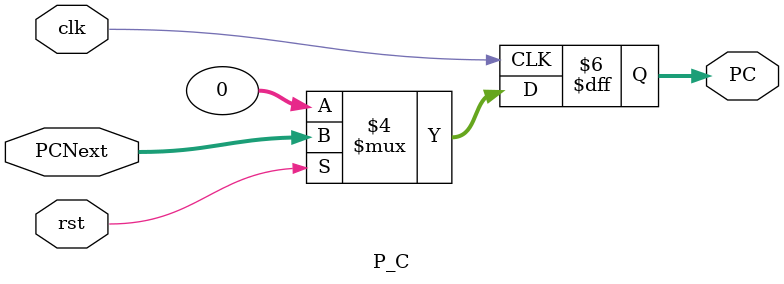
<source format=v>
module P_C(PCNext, PC,rst,clk);

input [31:0] PCNext;
input clk,rst;
output  reg [31:0] PC;
always @(posedge clk)
begin
    if(rst==1'b0)   
    PC<=32'h00000000;
    else
    PC<=PCNext;
end




endmodule
</source>
